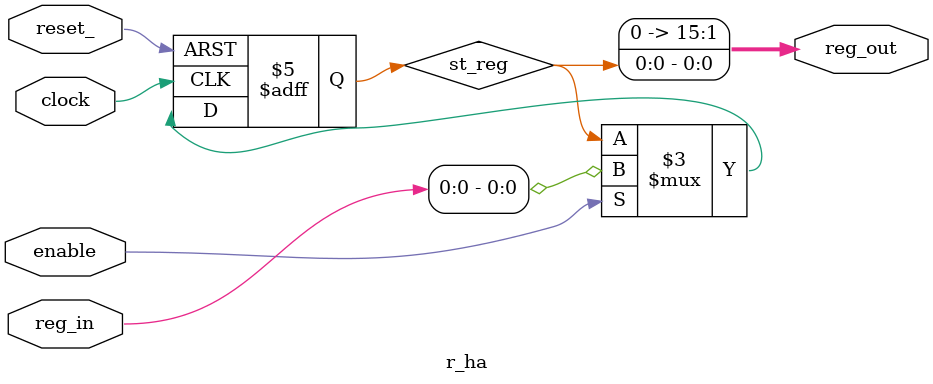
<source format=v>
`include "defines.v"

module r_ha(reset_,
            enable,
            clock,
            reg_out,
            reg_in);
// Location of source csl unit: file name = mbist_datapath.csl line number = 173
//  Bitrange of state register port for register module r_ha is of another type than number. No evaluation support available. Default is [0:0].
  input reset_;
  input enable;
  input clock;
  input [16 - 1:0] reg_in;
  output [16 - 1:0] reg_out;
  reg st_reg;
  assign   reg_out = st_reg;

  always @( posedge clock or negedge reset_ )  begin 
    if ( ~(reset_) )  begin 
      st_reg <= 0;
    end
    else if ( enable )  begin 
        st_reg <= reg_in;
      end
  end
  endmodule


</source>
